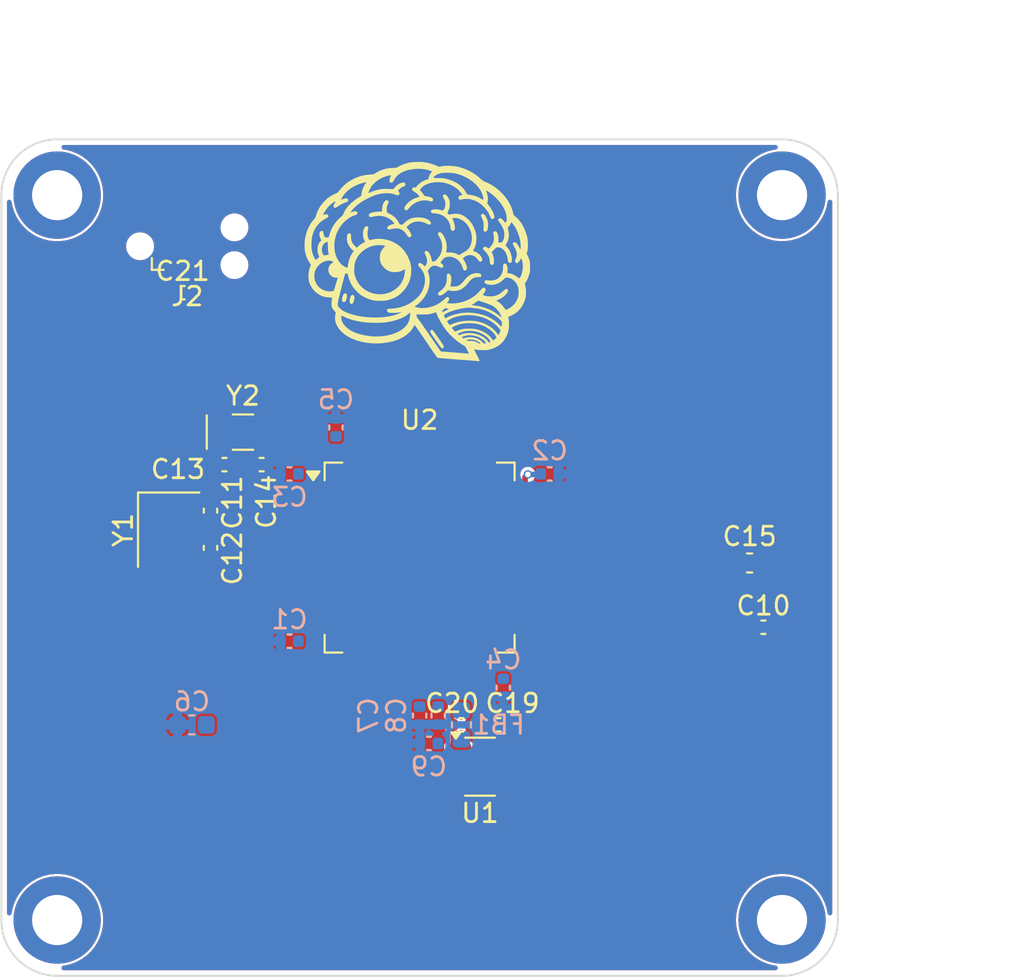
<source format=kicad_pcb>
(kicad_pcb
	(version 20240108)
	(generator "pcbnew")
	(generator_version "8.0")
	(general
		(thickness 1.6)
		(legacy_teardrops no)
	)
	(paper "A4")
	(layers
		(0 "F.Cu" signal)
		(1 "In1.Cu" power "GND.Cu")
		(2 "In2.Cu" power "PWR.Cu")
		(31 "B.Cu" mixed)
		(32 "B.Adhes" user "B.Adhesive")
		(33 "F.Adhes" user "F.Adhesive")
		(34 "B.Paste" user)
		(35 "F.Paste" user)
		(36 "B.SilkS" user "B.Silkscreen")
		(37 "F.SilkS" user "F.Silkscreen")
		(38 "B.Mask" user)
		(39 "F.Mask" user)
		(40 "Dwgs.User" user "User.Drawings")
		(41 "Cmts.User" user "User.Comments")
		(42 "Eco1.User" user "User.Eco1")
		(43 "Eco2.User" user "User.Eco2")
		(44 "Edge.Cuts" user)
		(45 "Margin" user)
		(46 "B.CrtYd" user "B.Courtyard")
		(47 "F.CrtYd" user "F.Courtyard")
		(48 "B.Fab" user)
		(49 "F.Fab" user)
		(50 "User.1" user)
		(51 "User.2" user)
		(52 "User.3" user)
		(53 "User.4" user)
		(54 "User.5" user)
		(55 "User.6" user)
		(56 "User.7" user)
		(57 "User.8" user)
		(58 "User.9" user)
	)
	(setup
		(stackup
			(layer "F.SilkS"
				(type "Top Silk Screen")
			)
			(layer "F.Paste"
				(type "Top Solder Paste")
			)
			(layer "F.Mask"
				(type "Top Solder Mask")
				(thickness 0.01)
			)
			(layer "F.Cu"
				(type "copper")
				(thickness 0.035)
			)
			(layer "dielectric 1"
				(type "prepreg")
				(thickness 0.1)
				(material "FR4")
				(epsilon_r 4.5)
				(loss_tangent 0.02)
			)
			(layer "In1.Cu"
				(type "copper")
				(thickness 0.035)
			)
			(layer "dielectric 2"
				(type "core")
				(thickness 1.24)
				(material "FR4")
				(epsilon_r 4.5)
				(loss_tangent 0.02)
			)
			(layer "In2.Cu"
				(type "copper")
				(thickness 0.035)
			)
			(layer "dielectric 3"
				(type "prepreg")
				(thickness 0.1)
				(material "FR4")
				(epsilon_r 4.5)
				(loss_tangent 0.02)
			)
			(layer "B.Cu"
				(type "copper")
				(thickness 0.035)
			)
			(layer "B.Mask"
				(type "Bottom Solder Mask")
				(thickness 0.01)
			)
			(layer "B.Paste"
				(type "Bottom Solder Paste")
			)
			(layer "B.SilkS"
				(type "Bottom Silk Screen")
			)
			(copper_finish "None")
			(dielectric_constraints no)
		)
		(pad_to_mask_clearance 0)
		(allow_soldermask_bridges_in_footprints no)
		(aux_axis_origin 50 150)
		(grid_origin 50 150)
		(pcbplotparams
			(layerselection 0x00010fc_ffffffff)
			(plot_on_all_layers_selection 0x0000000_00000000)
			(disableapertmacros no)
			(usegerberextensions yes)
			(usegerberattributes no)
			(usegerberadvancedattributes no)
			(creategerberjobfile yes)
			(dashed_line_dash_ratio 12.000000)
			(dashed_line_gap_ratio 3.000000)
			(svgprecision 4)
			(plotframeref no)
			(viasonmask no)
			(mode 1)
			(useauxorigin no)
			(hpglpennumber 1)
			(hpglpenspeed 20)
			(hpglpendiameter 15.000000)
			(pdf_front_fp_property_popups yes)
			(pdf_back_fp_property_popups yes)
			(dxfpolygonmode yes)
			(dxfimperialunits yes)
			(dxfusepcbnewfont yes)
			(psnegative no)
			(psa4output no)
			(plotreference yes)
			(plotvalue yes)
			(plotfptext yes)
			(plotinvisibletext no)
			(sketchpadsonfab no)
			(subtractmaskfromsilk yes)
			(outputformat 1)
			(mirror no)
			(drillshape 0)
			(scaleselection 1)
			(outputdirectory "gerber/jlcpbc/")
		)
	)
	(net 0 "")
	(net 1 "Power")
	(net 2 "Power_Filtered")
	(net 3 "PG10")
	(net 4 "/HSE_P")
	(net 5 "GND")
	(net 6 "VREF+")
	(net 7 "PA13")
	(net 8 "/LSE_N")
	(net 9 "PB3")
	(net 10 "PA14")
	(net 11 "PA8")
	(net 12 "PA6")
	(net 13 "/LSE_P")
	(net 14 "/HSE_N")
	(net 15 "PB7")
	(net 16 "PA0")
	(net 17 "PB8")
	(net 18 "PC3")
	(net 19 "PB2")
	(net 20 "PB12")
	(net 21 "PA10")
	(net 22 "PC9")
	(net 23 "PB15")
	(net 24 "PB5")
	(net 25 "PC0")
	(net 26 "PB1")
	(net 27 "PB0")
	(net 28 "PA3")
	(net 29 "PC4")
	(net 30 "PC7")
	(net 31 "PA11")
	(net 32 "PB6")
	(net 33 "PA9")
	(net 34 "PA2")
	(net 35 "PA5")
	(net 36 "PB4")
	(net 37 "PB11")
	(net 38 "PA7")
	(net 39 "PA15")
	(net 40 "PD2")
	(net 41 "PC8")
	(net 42 "PC13")
	(net 43 "PC5")
	(net 44 "PC1")
	(net 45 "PA4")
	(net 46 "PC11")
	(net 47 "PC6")
	(net 48 "PA1")
	(net 49 "PC10")
	(net 50 "PB14")
	(net 51 "PC2")
	(net 52 "PB13")
	(net 53 "PA12")
	(net 54 "PB9")
	(net 55 "+24V")
	(net 56 "PB10")
	(net 57 "PC12")
	(footprint "Capacitor_SMD:C_0402_1005Metric" (layer "F.Cu") (at 61.25 124.975 90))
	(footprint "MountingHole:MountingHole_2.7mm_M2.5_DIN965_Pad_TopBottom" (layer "F.Cu") (at 92 108))
	(footprint "Capacitor_SMD:C_0402_1005Metric" (layer "F.Cu") (at 91 131.25))
	(footprint "MountingHole:MountingHole_2.7mm_M2.5_DIN965_Pad_TopBottom" (layer "F.Cu") (at 92 147))
	(footprint "Capacitor_SMD:C_0402_1005Metric" (layer "F.Cu") (at 74.75 136.5))
	(footprint "Connector:Tag-Connect_TC2030-IDC-NL_2x03_P1.27mm_Vertical" (layer "F.Cu") (at 60 110.75))
	(footprint "MountingHole:MountingHole_2.7mm_M2.5_DIN965_Pad_TopBottom" (layer "F.Cu") (at 53 147))
	(footprint "Capacitor_SMD:C_0402_1005Metric" (layer "F.Cu") (at 61.25 126.975 -90))
	(footprint "Crystal:Crystal_SMD_MicroCrystal_CC7V-T1A-2Pin_3.2x1.5mm" (layer "F.Cu") (at 63 120.75))
	(footprint "Capacitor_SMD:C_0402_1005Metric" (layer "F.Cu") (at 76.75 136.5))
	(footprint "Capacitor_SMD:C_0402_1005Metric" (layer "F.Cu") (at 62 122.5 180))
	(footprint "Crystal:Crystal_SMD_TXC_7M-4Pin_3.2x2.5mm" (layer "F.Cu") (at 59 126 -90))
	(footprint "MountingHole:MountingHole_2.7mm_M2.5_DIN965_Pad_TopBottom" (layer "F.Cu") (at 53 108))
	(footprint "Capacitor_SMD:C_0402_1005Metric" (layer "F.Cu") (at 64 122.5))
	(footprint "Capacitor_SMD:C_0603_1608Metric" (layer "F.Cu") (at 90.255 127.79))
	(footprint "ked_symbols:brain_15x15_mm" (layer "F.Cu") (at 72.5 111.5))
	(footprint "Capacitor_SMD:C_0402_1005Metric" (layer "F.Cu") (at 59.75 113.25))
	(footprint "Package_QFP:LQFP-64_10x10mm_P0.5mm" (layer "F.Cu") (at 72.5 127.5))
	(footprint "Package_TO_SOT_SMD:SOT-23-6" (layer "F.Cu") (at 75.75 138.75))
	(footprint "Capacitor_SMD:C_0603_1608Metric" (layer "B.Cu") (at 74.75 136.5 -90))
	(footprint "Capacitor_SMD:C_0402_1005Metric" (layer "B.Cu") (at 65.5 123 180))
	(footprint "Capacitor_SMD:C_0402_1005Metric"
		(layer "B.Cu")
		(uuid "6472f92d-0900-4e67-a42c-8e1071c266cb")
		(at 72.5 136 -90)
		(descr "Capacitor SMD 0402 (1005 Metric), square (rectangular) end terminal, IPC_7351 nominal, (Body size source: IPC-SM-782 page 76, https://www.pcb-3d.com/wordpress/wp-content/uploads/ipc-sm-782a_amendment_1_and_2.pdf), generated with kicad-footprint-generator")
		(tags "capacitor")
		(property "Reference" "C7"
			(at 0 2.75 -90)
			(layer "B.SilkS")
			(uuid "a5a31368-4921-430d-b072-0fb7d8df1766")
			(effects
				(font
					(size 1 1)
					(thickness 0.15)
				)
				(justify mirror)
			)
		)
		(property "Value" "10n"
			(at 0 -1.16 90)
			(layer "B.Fab")
			(uuid "bf916937-78b9-4862-8a8a-28e4efc35d15")
			(effects
				(font
					(size 1 1)
					(thickness 0.15)
				)
				(justify mirror)
			)
		)
		(property "Footprint" "Capacitor_SMD:C_0402_1005Metric"
			(at 0 0 90)
			(unlocked yes)
			(layer "B.Fab")
			(hide yes)
			(uuid "9ea227a4-14be-4446-a9dc-940e6326bd29")
			(effects
				(font
					(size 1.27 1.27)
					(thickness 0.15)
				)
				(justify mirror)
			)
		)
		(property "Datasheet" ""
			(at 0 0 90)
			(unlocked yes)
			(layer "B.Fab")
			(hide yes)
			(uuid "0f3cf9fd-c881-401e-9e1e-71e4c4f8119b")
			(effects
				(font
					(size 1.27 1.27)
					(thickness 0.15)
				)
				(justify mirror)
			)
		)
		(property "Description" ""
			(at 0 0 90)
			(unlocked yes)
			(layer "B.Fab")
			(hide yes)
			(uuid "c5249200-2aae-4758-9486-78b7e7452c3c")
			(effects
				(font
					(size 1.27 1.27)
					(thickness 0.15)
				)
				(justify mirror)
			)
		)
		(property "Man" "Kyocera"
			(at 0 0 90)
			(unlocked yes)
			(layer "B.Fab")
			(hide yes)
			(uuid "49c64f31-74cf-4d92-9dc0-13345be1e643")
			(effects
				(font
					(size 1 1)
					(thickness 0.15)
				)
				(justify mirror)
			)
		)
		(property "Man_No" "KGM05AR71C103KH"
			(at 0 0 90)
			(unlocked yes)
			(layer "B.Fab")
			(hide yes)
			(uuid "0e67c7d8-f0d1-4fcf-8a04-2b6d3b1ad78b")
			(effects
				(font
					(size 1 1)
					(thickness 0.15)
				)
				(justify mirror)
			)
		)
		(property "Disti" "Mouser"
			(at 0 0 90)
			(unlocked yes)
			(layer "B.Fab")
			(hide yes)
			(uuid "a42c67e0-87e3-458b-8dbc-50b0e913fb7b")
			(effects
				(font
					(size 1 1)
					(thickness 0.15)
				)
				(justify mirror)
			)
		)
		(property "Disti_No" "581-KGM05AR71C103KH"
			(at 0 0 90)
			(unlocked yes)
			(layer "B.Fab")
			(hide yes)
			(uuid "4c3c3b37-6e07-4279-a7d7-659a91c0bff9")
			(effects
				(font
					(size 1 1)
					(thickness 0.15)
				)
				(justify mirror)
			)
		)
		(property ki_fp_filters "C_*")
		(path "/a0f0dc1e-20b9-433f-bb9c-5fd4274f0c3b")
		(sheetname "Root")
		(sheetfile "brayn.kicad_sch")
		(attr smd)
		(fp_line
			(start 0.107836 0.36)
			(end -0.107836 0.36)
			(stroke
				(width 0.12)
				(type solid)
			)
			(layer "B.SilkS")
			(uuid "c10cac4c-7c36-45dd-ae38-b2e9ffccccae")
		)
		(fp_line
			(start 0.107836 -0.36)
			(end -0.107836 -0.36)
			(stroke
				(width 0.12)
				(type solid)
			)
			(layer "B.SilkS")
			(uuid "b341ea68-4689-44df-a3a7-27df48a737ee")
		)
		(fp_line
			(start -0.91 0.46)
			(end -0.91 -0.46)
			(stroke
				(width 0.05)
				(type solid)
			)
			(layer "B.CrtYd")
			(uuid "8d0292bb-9631-4790-a5a5-8735623d856e")
		)
		(fp_line
			(start 0.91 0.46)
			(end -0.91 0.46)
			(stroke
				(width 0.05)
				(type solid)
			)
			(layer "B.CrtYd")
			(uuid "98d6adde-1cf5-4117-bafc-8a6270f2db27")
		)
		(fp_line
			(start -0.91 -0.46)
			(end 0.91 -0.46)
			(stroke
				(width 0.05)
				(type solid)
			)
			(layer "B.CrtYd")
			(uuid "086d1f82-a28c-4284-ace9-df278476693f")
		)
		(fp_line
			(start 0.91 -0.46)
			(end 0.91 0.46)
			(stroke
				(width 0.05)
				(type solid)
			)
			(layer "B.CrtYd")
			(uuid "bd4f2757-93d0-4d52-acef-d6dee689dd29")
		)
		(fp_line
			(start -0.5 0.25)
			(end -0.5 -0.25)
			(stroke
				(width 0.1)
				(type solid)
			)
			(layer "B.Fab")
			(uuid "652bd1e1-b363-46e7-95f9-362df1813678")
		)
		(fp_line
			(start 0.5 0.25)
			(end -0.5 0.25)
			(stroke
				(width 0.1)
				(type solid)
			)
			(layer "B.Fab")
			(uuid "99b1c99e-71c2-48d5-9831-94403b4d9c02")
		)
		(fp_line
			(start -0.5 -0.25)
			(end 0.5 -0.25)
			(stroke
				(width 0.1)
				(type solid)
			)
			(layer "B.Fab")
			(uuid "0
... [166733 chars truncated]
</source>
